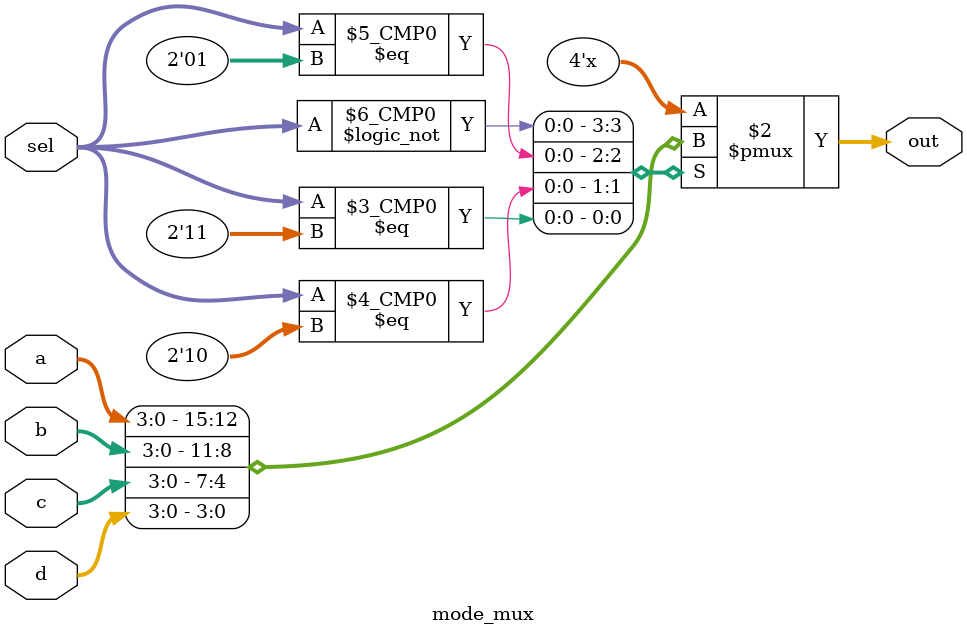
<source format=v>
`timescale 1ns/1ps

module mode_mux(
    input [1:0] sel,
    input [3:0] a, b, c, d,
    output reg [3:0] out
);

always @(*) begin
    case (sel)
        2'b00: out = a;
        2'b01: out = b;
        2'b10: out = c;
        2'b11: out = d;
        default: out = 4'b0;
    endcase
end

endmodule

</source>
